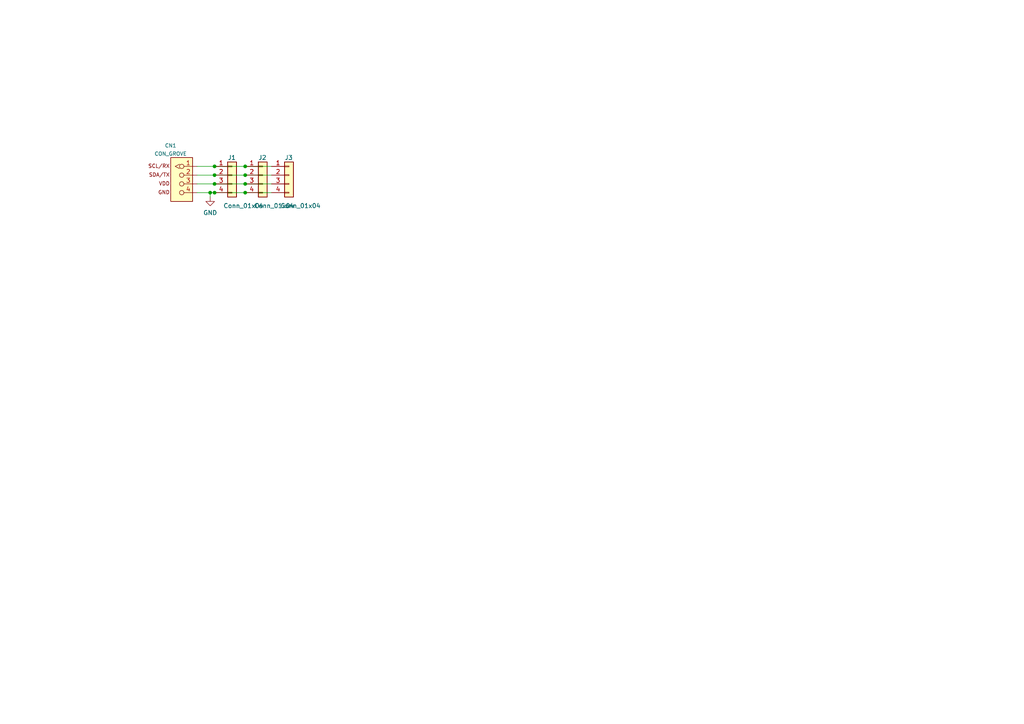
<source format=kicad_sch>
(kicad_sch (version 20211123) (generator eeschema)
  (paper "A4")
  (lib_symbols
    (symbol "Connector_Generic:Conn_01x04" (pin_names (offset 1.016) hide)
      (property "Reference" "J" (at 0 5.08 0))
      (property "Value" "Conn_01x04" (at 0 -7.62 0))
      (symbol "Conn_01x04_1_1"
        (rectangle (start -1.27 -4.953) (end 0 -5.207) (stroke (width 0.1524)))
        (rectangle (start -1.27 -2.413) (end 0 -2.667) (stroke (width 0.1524)))
        (rectangle (start -1.27 0.127) (end 0 -0.127) (stroke (width 0.1524)))
        (rectangle (start -1.27 2.667) (end 0 2.413) (stroke (width 0.1524)))
        (rectangle (start -1.27 3.81) (end 1.27 -6.35) (stroke (width 0.254)) (fill (type background)))
        (pin passive line (at -5.08 2.54 0) (length 3.81) (name "Pin_1") (number "1"))
        (pin passive line (at -5.08 0 0) (length 3.81) (name "Pin_2") (number "2"))
        (pin passive line (at -5.08 -2.54 0) (length 3.81) (name "Pin_3") (number "3"))
        (pin passive line (at -5.08 -5.08 0) (length 3.81) (name "Pin_4") (number "4"))
      )
    )
    (symbol "akita:CON_GROVE" (pin_names (offset 1.016))
      (property "Reference" "CN" (at 0 3.81 0))
      (property "Value" "CON_GROVE" (at 3.81 -5.08 90))
      (symbol "CON_GROVE_1_0"
        (text "GND" (at 5.334 -5.588 0) (effects (font (size 1.0668 1.0668)) (justify left bottom)))
        (text "SCL/RX" (at 5.334 2.032 0) (effects (font (size 1.0668 1.0668)) (justify left bottom)))
        (text "SDA/TX" (at 5.334 -0.508 0) (effects (font (size 1.0668 1.0668)) (justify left bottom)))
        (text "VDD" (at 5.334 -3.048 0) (effects (font (size 1.0668 1.0668)) (justify left bottom)))
        (pin bidirectional inverted_clock (at -2.54 2.54 0) (length 5.08) (name "1") (number "1"))
        (pin bidirectional inverted (at -2.54 0 0) (length 5.08) (name "2") (number "2"))
        (pin bidirectional inverted (at -2.54 -2.54 0) (length 5.08) (name "3") (number "3"))
        (pin bidirectional inverted (at -2.54 -5.08 0) (length 5.08) (name "4") (number "4"))
      )
      (symbol "CON_GROVE_1_1"
        (rectangle (start -1.27 5.08) (end 5.08 -7.62) (stroke (width 0.2032)) (fill (type background)))
      )
    )
    (symbol "power:GND" (power) (pin_names (offset 0))
      (property "Value" "GND" (at 0 -3.81 0))
      (symbol "GND_0_1"
        (polyline (pts (xy 0 0) (xy 0 -1.27) (xy 1.27 -1.27) (xy 0 -2.54) (xy -1.27 -1.27) (xy 0 -1.27)))
      )
      (symbol "GND_1_1"
        (pin power_in line (at 0 0 270) (length 0) hide (name "GND") (number "1"))
      )
    )
  )
  (junction (at 71.12 48.26))
  (junction (at 71.12 50.8))
  (junction (at 62.23 53.34))
  (junction (at 62.23 55.88))
  (junction (at 62.23 48.26))
  (junction (at 71.12 55.88))
  (junction (at 62.23 50.8))
  (junction (at 60.96 55.88))
  (junction (at 71.12 53.34))
  (wire (pts (xy 62.23 50.8) (xy 71.12 50.8)))
  (wire (pts (xy 57.15 55.88) (xy 60.96 55.88)))
  (wire (pts (xy 57.15 50.8) (xy 62.23 50.8)))
  (wire (pts (xy 71.12 55.88) (xy 78.74 55.88)))
  (wire (pts (xy 57.15 48.26) (xy 62.23 48.26)))
  (wire (pts (xy 71.12 50.8) (xy 78.74 50.8)))
  (wire (pts (xy 62.23 48.26) (xy 71.12 48.26)))
  (wire (pts (xy 62.23 53.34) (xy 71.12 53.34)))
  (wire (pts (xy 60.96 55.88) (xy 62.23 55.88)))
  (wire (pts (xy 57.15 53.34) (xy 62.23 53.34)))
  (wire (pts (xy 71.12 53.34) (xy 78.74 53.34)))
  (wire (pts (xy 60.96 55.88) (xy 60.96 57.15)))
  (wire (pts (xy 71.12 48.26) (xy 78.74 48.26)))
  (wire (pts (xy 62.23 55.88) (xy 71.12 55.88)))
  (symbol (lib_id "power:GND") (at 60.96 57.15 0) (unit 1)
    (property "Reference" "#PWR0101" (effects hide))
    (property "Value" "GND" (at 60.96 61.7125 0))
  )
  (symbol (lib_id "akita:CON_GROVE") (at 54.61 50.8 0) (mirror y) (unit 1)
    (property "Reference" "CN1" (at 49.4887 42.2306 0) (effects (font (size 1.0668 1.0668))))
    (property "Value" "CON_GROVE" (at 49.4887 44.6023 0) (effects (font (size 1.0668 1.0668))))
    (property "Footprint" "akita:CON_GROVE_H" (effects hide))
  )
  (symbol (lib_id "Connector_Generic:Conn_01x04") (at 67.31 50.8 0) (unit 1)
    (property "Reference" "J1" (at 66.04 45.72 0) (effects (justify left)))
    (property "Value" "Conn_01x04" (at 64.77 59.69 0) (effects (justify left)))
    (property "Footprint" "Connector_PinSocket_2.54mm:PinSocket_1x04_P2.54mm_Vertical" (effects hide))
  )
  (symbol (lib_id "Connector_Generic:Conn_01x04") (at 83.82 50.8 0) (unit 1)
    (property "Reference" "J3" (at 82.55 45.72 0) (effects (justify left)))
    (property "Value" "Conn_01x04" (at 81.28 59.69 0) (effects (justify left)))
    (property "Footprint" "Connector_PinSocket_2.54mm:PinSocket_1x04_P2.54mm_Vertical" (effects hide))
  )
  (symbol (lib_id "Connector_Generic:Conn_01x04") (at 76.2 50.8 0) (unit 1)
    (property "Reference" "J2" (at 74.93 45.72 0) (effects (justify left)))
    (property "Value" "Conn_01x04" (at 73.66 59.69 0) (effects (justify left)))
    (property "Footprint" "akita:CON_HT396R_4P" (effects hide))
  )
)
</source>
